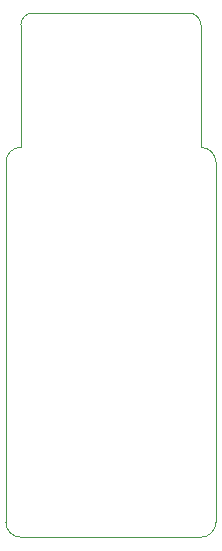
<source format=gbr>
%TF.GenerationSoftware,KiCad,Pcbnew,(6.0.1)*%
%TF.CreationDate,2022-02-07T23:01:22+01:00*%
%TF.ProjectId,pluto,706c7574-6f2e-46b6-9963-61645f706362,1.0*%
%TF.SameCoordinates,Original*%
%TF.FileFunction,Profile,NP*%
%FSLAX46Y46*%
G04 Gerber Fmt 4.6, Leading zero omitted, Abs format (unit mm)*
G04 Created by KiCad (PCBNEW (6.0.1)) date 2022-02-07 23:01:22*
%MOMM*%
%LPD*%
G01*
G04 APERTURE LIST*
%TA.AperFunction,Profile*%
%ADD10C,0.100000*%
%TD*%
G04 APERTURE END LIST*
D10*
X154520000Y-98980000D02*
X154520000Y-88619999D01*
X153520000Y-87619999D02*
X140280000Y-87620000D01*
X154520000Y-88619999D02*
G75*
G03*
X153520000Y-87619999I-1000003J-3D01*
G01*
X139280000Y-88620000D02*
X139280000Y-98980000D01*
X140280000Y-87620000D02*
G75*
G03*
X139280000Y-88620000I3J-1000003D01*
G01*
%TO.C,J1*%
X155790000Y-130730000D02*
X155790000Y-100250000D01*
X138010000Y-100250000D02*
X138010000Y-130730000D01*
X139280000Y-132000000D02*
X154520000Y-132000000D01*
X138010000Y-130730000D02*
G75*
G03*
X139280000Y-132000000I1269999J-1D01*
G01*
X139280000Y-98980000D02*
G75*
G03*
X138010000Y-100250000I-1J-1269999D01*
G01*
X154520000Y-132000000D02*
G75*
G03*
X155790000Y-130730000I1J1269999D01*
G01*
X155790000Y-100250000D02*
G75*
G03*
X154520000Y-98980000I-1269999J1D01*
G01*
%TD*%
M02*

</source>
